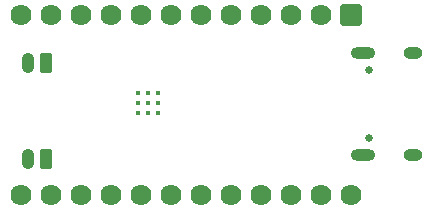
<source format=gbr>
%TF.GenerationSoftware,KiCad,Pcbnew,9.0.3*%
%TF.CreationDate,2025-08-14T10:04:02+02:00*%
%TF.ProjectId,PCB_MF_PicoMicro,5043425f-4d46-45f5-9069-636f4d696372,rev?*%
%TF.SameCoordinates,Original*%
%TF.FileFunction,Soldermask,Bot*%
%TF.FilePolarity,Negative*%
%FSLAX46Y46*%
G04 Gerber Fmt 4.6, Leading zero omitted, Abs format (unit mm)*
G04 Created by KiCad (PCBNEW 9.0.3) date 2025-08-14 10:04:02*
%MOMM*%
%LPD*%
G01*
G04 APERTURE LIST*
G04 Aperture macros list*
%AMRoundRect*
0 Rectangle with rounded corners*
0 $1 Rounding radius*
0 $2 $3 $4 $5 $6 $7 $8 $9 X,Y pos of 4 corners*
0 Add a 4 corners polygon primitive as box body*
4,1,4,$2,$3,$4,$5,$6,$7,$8,$9,$2,$3,0*
0 Add four circle primitives for the rounded corners*
1,1,$1+$1,$2,$3*
1,1,$1+$1,$4,$5*
1,1,$1+$1,$6,$7*
1,1,$1+$1,$8,$9*
0 Add four rect primitives between the rounded corners*
20,1,$1+$1,$2,$3,$4,$5,0*
20,1,$1+$1,$4,$5,$6,$7,0*
20,1,$1+$1,$6,$7,$8,$9,0*
20,1,$1+$1,$8,$9,$2,$3,0*%
G04 Aperture macros list end*
%ADD10RoundRect,0.250000X0.265000X0.615000X-0.265000X0.615000X-0.265000X-0.615000X0.265000X-0.615000X0*%
%ADD11O,1.030000X1.730000*%
%ADD12C,0.425000*%
%ADD13RoundRect,0.102000X-0.787400X0.787400X-0.787400X-0.787400X0.787400X-0.787400X0.787400X0.787400X0*%
%ADD14C,1.778800*%
%ADD15C,0.650000*%
%ADD16O,2.100000X1.000000*%
%ADD17O,1.600000X1.000000*%
G04 APERTURE END LIST*
D10*
%TO.C,J7*%
X108900000Y-87175000D03*
D11*
X107400000Y-87175000D03*
%TD*%
D12*
%TO.C,U1*%
X118350000Y-89697500D03*
X117500000Y-89697500D03*
X116650000Y-89697500D03*
X118350000Y-90547500D03*
X117500000Y-90547500D03*
X116650000Y-90547500D03*
X118350000Y-91397500D03*
X117500000Y-91397500D03*
X116650000Y-91397500D03*
%TD*%
D10*
%TO.C,J8*%
X108900000Y-95225000D03*
D11*
X107400000Y-95225000D03*
%TD*%
D13*
%TO.C,U5*%
X134690000Y-83110000D03*
D14*
X132150000Y-83110000D03*
X129610000Y-83110000D03*
X127070000Y-83110000D03*
X124530000Y-83110000D03*
X121990000Y-83110000D03*
X119450000Y-83110000D03*
X116910000Y-83110000D03*
X114370000Y-83110000D03*
X111830000Y-83110000D03*
X109290000Y-83110000D03*
X106750000Y-83110000D03*
X106750000Y-98350000D03*
X109290000Y-98350000D03*
X111830000Y-98350000D03*
X114370000Y-98350000D03*
X116910000Y-98350000D03*
X119450000Y-98350000D03*
X121990000Y-98350000D03*
X124530000Y-98350000D03*
X127070000Y-98350000D03*
X129610000Y-98350000D03*
X132150000Y-98350000D03*
X134690000Y-98350000D03*
%TD*%
D15*
%TO.C,J3*%
X136260000Y-93490000D03*
X136260000Y-87710000D03*
D16*
X135760000Y-94920000D03*
D17*
X139940000Y-94920000D03*
D16*
X135760000Y-86280000D03*
D17*
X139940000Y-86280000D03*
%TD*%
M02*

</source>
